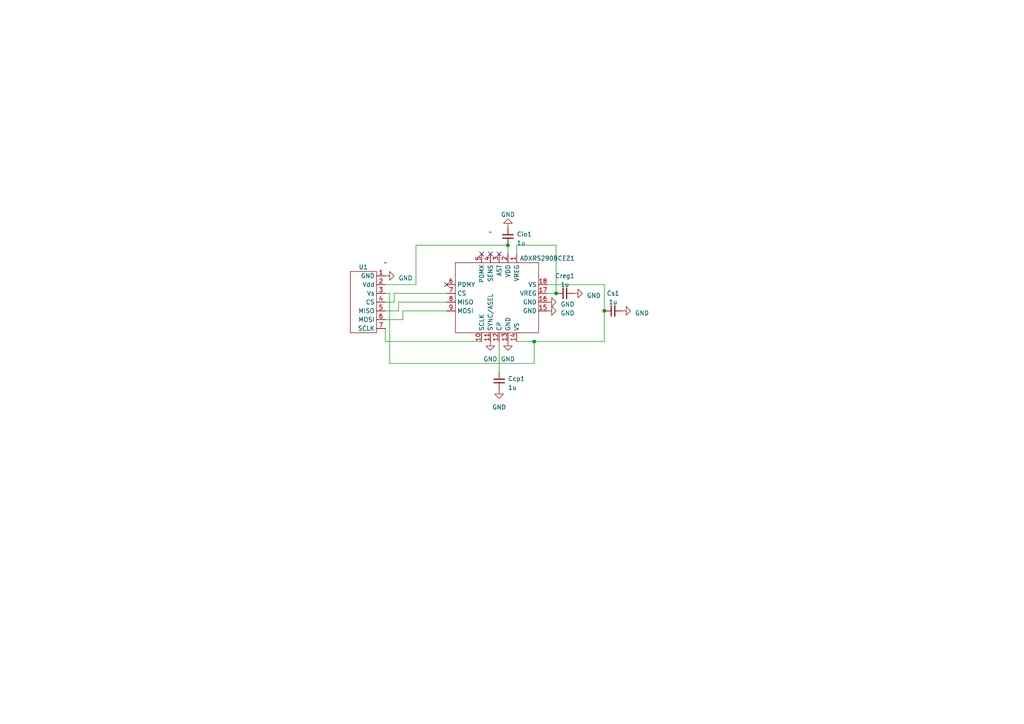
<source format=kicad_sch>
(kicad_sch (version 20230121) (generator eeschema)
  (paper "A4")
  (lib_symbols
    (symbol "ADXRS290BCEZ:ADXRS290BCEZ"
      (property "Reference" "U" (at 0 0 0))
      (symbol "ADXRS290BCEZ_0_0"
        (text "" (at -11.43 -22.86 900) (effects (font (size 1.27 1.27))))
        (text "" (at 0 -7.62 0) (effects (font (size 1.27 1.27))))
        (text "" (at 5.08 -30.48 0) (effects (font (size 1.27 1.27))))
        (text "" (at 15.24 -15.24 900) (effects (font (size 1.27 1.27))))
      )
      (symbol "ADXRS290BCEZ_0_1"
        (rectangle (start -10.16 -8.89) (end 13.97 -29.21))
      )
      (symbol "ADXRS290BCEZ_1_1"
        (pin input line (at 7.62 -6.35 270) (length 2.54) (name "VREG") (number "1"))
        (pin input line (at -2.54 -31.75 90) (length 2.54) (name "SCLK") (number "10"))
        (pin input line (at 0 -31.75 90) (length 2.54) (name "SYNC/ASEL") (number "11"))
        (pin input line (at 2.54 -31.75 90) (length 2.54) (name "CP") (number "12"))
        (pin input line (at 5.08 -31.75 90) (length 2.54) (name "GND") (number "13"))
        (pin input line (at 7.62 -31.75 90) (length 2.54) (name "VS") (number "14"))
        (pin input line (at 16.51 -22.86 180) (length 2.54) (name "GND") (number "15"))
        (pin input line (at 16.51 -20.32 180) (length 2.54) (name "GND") (number "16"))
        (pin input line (at 16.51 -17.78 180) (length 2.54) (name "VREG") (number "17"))
        (pin input line (at 16.51 -15.24 180) (length 2.54) (name "VS") (number "18"))
        (pin input line (at 5.08 -6.35 270) (length 2.54) (name "VDD") (number "2"))
        (pin input line (at 2.54 -6.35 270) (length 2.54) (name "AST") (number "3"))
        (pin input line (at 0 -6.35 270) (length 2.54) (name "SENS") (number "4"))
        (pin input line (at -2.54 -6.35 270) (length 2.54) (name "PDMX") (number "5"))
        (pin input line (at -12.7 -15.24 0) (length 2.54) (name "PDMY") (number "6"))
        (pin input line (at -12.7 -17.78 0) (length 2.54) (name "CS") (number "7"))
        (pin input line (at -12.7 -20.32 0) (length 2.54) (name "MISO") (number "8"))
        (pin input line (at -12.7 -22.86 0) (length 2.54) (name "MOSI") (number "9"))
      )
    )
    (symbol "Device:C_Small" (pin_numbers hide) (pin_names (offset 0.254) hide)
      (property "Reference" "C" (at 0.254 1.778 0))
      (property "Value" "C_Small" (at 0.254 -2.032 0))
      (symbol "C_Small_0_1"
        (polyline (pts (xy -1.524 -0.508) (xy 1.524 -0.508)) (stroke (width 0.3302)))
        (polyline (pts (xy -1.524 0.508) (xy 1.524 0.508)) (stroke (width 0.3048)))
      )
      (symbol "C_Small_1_1"
        (pin passive line (at 0 2.54 270) (length 2.032) (name "~") (number "1"))
        (pin passive line (at 0 -2.54 90) (length 2.032) (name "~") (number "2"))
      )
    )
    (symbol "connectors:header"
      (property "Reference" "U" (at 0 0 0))
      (symbol "header_0_1"
        (rectangle (start -2.54 -2.54) (end -10.16 -20.32))
      )
      (symbol "header_1_1"
        (pin input line (at 0 -3.81 180) (length 2.54) (name "GND") (number "1"))
        (pin input line (at 0 -6.35 180) (length 2.54) (name "Vdd") (number "2"))
        (pin input line (at 0 -8.89 180) (length 2.54) (name "Vs") (number "3"))
        (pin input line (at 0 -11.43 180) (length 2.54) (name "CS") (number "4"))
        (pin input line (at 0 -13.97 180) (length 2.54) (name "MISO") (number "5"))
        (pin input line (at 0 -16.51 180) (length 2.54) (name "MOSI") (number "6"))
        (pin input line (at 0 -19.05 180) (length 2.54) (name "SCLK") (number "7"))
      )
    )
    (symbol "power:GND" (power) (pin_names (offset 0))
      (property "Value" "GND" (at 0 -3.81 0))
      (symbol "GND_0_1"
        (polyline (pts (xy 0 0) (xy 0 -1.27) (xy 1.27 -1.27) (xy 0 -2.54) (xy -1.27 -1.27) (xy 0 -1.27)))
      )
      (symbol "GND_1_1"
        (pin power_in line (at 0 0 270) (length 0) hide (name "GND") (number "1"))
      )
    )
  )
  (junction (at 161.29 85.09))
  (junction (at 175.26 90.17))
  (junction (at 154.94 99.06))
  (junction (at 147.32 71.12))
  (no_connect (at 142.24 73.66))
  (no_connect (at 129.54 82.55))
  (no_connect (at 139.7 73.66))
  (no_connect (at 144.78 73.66))
  (wire (pts (xy 129.54 85.09) (xy 114.3 85.09)))
  (wire (pts (xy 147.32 73.66) (xy 147.32 71.12)))
  (wire (pts (xy 161.29 85.09) (xy 161.29 71.12)))
  (wire (pts (xy 161.29 71.12) (xy 149.86 71.12)))
  (wire (pts (xy 175.26 82.55) (xy 175.26 90.17)))
  (wire (pts (xy 129.54 90.17) (xy 116.84 90.17)))
  (wire (pts (xy 149.86 71.12) (xy 149.86 73.66)))
  (wire (pts (xy 111.76 99.06) (xy 111.76 95.25)))
  (wire (pts (xy 115.57 87.63) (xy 115.57 90.17)))
  (wire (pts (xy 144.78 99.06) (xy 144.78 107.95)))
  (wire (pts (xy 154.94 99.06) (xy 154.94 105.41)))
  (wire (pts (xy 139.7 99.06) (xy 111.76 99.06)))
  (wire (pts (xy 120.65 82.55) (xy 111.76 82.55)))
  (wire (pts (xy 114.3 85.09) (xy 114.3 87.63)))
  (wire (pts (xy 116.84 92.71) (xy 111.76 92.71)))
  (wire (pts (xy 175.26 90.17) (xy 175.26 99.06)))
  (wire (pts (xy 154.94 105.41) (xy 113.03 105.41)))
  (wire (pts (xy 114.3 87.63) (xy 111.76 87.63)))
  (wire (pts (xy 158.75 82.55) (xy 175.26 82.55)))
  (wire (pts (xy 147.32 71.12) (xy 120.65 71.12)))
  (wire (pts (xy 120.65 71.12) (xy 120.65 82.55)))
  (wire (pts (xy 158.75 85.09) (xy 161.29 85.09)))
  (wire (pts (xy 175.26 99.06) (xy 154.94 99.06)))
  (wire (pts (xy 129.54 87.63) (xy 115.57 87.63)))
  (wire (pts (xy 113.03 85.09) (xy 111.76 85.09)))
  (wire (pts (xy 154.94 99.06) (xy 149.86 99.06)))
  (wire (pts (xy 116.84 90.17) (xy 116.84 92.71)))
  (wire (pts (xy 113.03 105.41) (xy 113.03 85.09)))
  (wire (pts (xy 115.57 90.17) (xy 111.76 90.17)))
  (symbol (lib_id "power:GND") (at 158.75 90.17 90) (unit 1)
    (property "Reference" "#PWR04" (effects hide))
    (property "Value" "GND" (at 162.56 90.805 90) (effects (justify right)))
  )
  (symbol (lib_id "Device:C_Small") (at 177.8 90.17 90) (unit 1)
    (property "Reference" "Cs1" (at 177.8063 85.09 90))
    (property "Value" "1u" (at 177.8063 87.63 90))
    (property "Footprint" "Capacitor_SMD:C_0603_1608Metric" (effects hide))
  )
  (symbol (lib_id "Device:C_Small") (at 163.83 85.09 90) (unit 1)
    (property "Reference" "Creg1" (at 163.8363 80.01 90))
    (property "Value" "1u" (at 163.8363 82.55 90))
    (property "Footprint" "Capacitor_SMD:C_0603_1608Metric" (effects hide))
  )
  (symbol (lib_id "Device:C_Small") (at 147.32 68.58 180) (unit 1)
    (property "Reference" "Cio1" (at 149.86 67.9386 0) (effects (justify right)))
    (property "Value" "1u" (at 149.86 70.4786 0) (effects (justify right)))
    (property "Footprint" "Capacitor_SMD:C_0603_1608Metric" (effects hide))
  )
  (symbol (lib_id "power:GND") (at 147.32 66.04 180) (unit 1)
    (property "Reference" "#PWR06" (effects hide))
    (property "Value" "GND" (at 147.32 62.23 0))
  )
  (symbol (lib_id "power:GND") (at 158.75 87.63 90) (unit 1)
    (property "Reference" "#PWR03" (effects hide))
    (property "Value" "GND" (at 162.56 88.265 90) (effects (justify right)))
  )
  (symbol (lib_id "power:GND") (at 142.24 99.06 0) (unit 1)
    (property "Reference" "#PWR09" (effects hide))
    (property "Value" "GND" (at 142.24 104.14 0))
  )
  (symbol (lib_id "power:GND") (at 147.32 99.06 0) (unit 1)
    (property "Reference" "#PWR05" (effects hide))
    (property "Value" "GND" (at 147.32 104.14 0))
  )
  (symbol (lib_id "power:GND") (at 166.37 85.09 90) (unit 1)
    (property "Reference" "#PWR01" (effects hide))
    (property "Value" "GND" (at 170.18 85.725 90) (effects (justify right)))
  )
  (symbol (lib_id "power:GND") (at 111.76 80.01 90) (unit 1)
    (property "Reference" "#PWR02" (effects hide))
    (property "Value" "GND" (at 115.57 80.645 90) (effects (justify right)))
  )
  (symbol (lib_id "ADXRS290BCEZ:ADXRS290BCEZ") (at 142.24 67.31 0) (unit 1)
    (property "Reference" "ADXRS290BCEZ1" (at 158.75 74.93 0))
    (property "Value" "~" (at 142.24 67.31 0))
    (property "Footprint" "ADXRS290BCEZ:18-LFLGA" (effects hide))
  )
  (symbol (lib_id "power:GND") (at 144.78 113.03 0) (unit 1)
    (property "Reference" "#PWR08" (effects hide))
    (property "Value" "GND" (at 144.78 118.11 0))
  )
  (symbol (lib_id "power:GND") (at 180.34 90.17 90) (unit 1)
    (property "Reference" "#PWR07" (effects hide))
    (property "Value" "GND" (at 184.15 90.805 90) (effects (justify right)))
  )
  (symbol (lib_id "connectors:header") (at 111.76 76.2 0) (unit 1)
    (property "Reference" "U1" (at 105.41 77.47 0))
    (property "Value" "~" (at 111.76 76.2 0))
    (property "Footprint" "Connector_PinHeader_2.54mm:PinHeader_1x07_P2.54mm_Vertical" (effects hide))
  )
  (symbol (lib_id "Device:C_Small") (at 144.78 110.49 180) (unit 1)
    (property "Reference" "Ccp1" (at 147.32 109.8486 0) (effects (justify right)))
    (property "Value" "1u" (at 147.32 112.3886 0) (effects (justify right)))
    (property "Footprint" "Capacitor_SMD:C_0603_1608Metric" (effects hide))
  )
)
</source>
